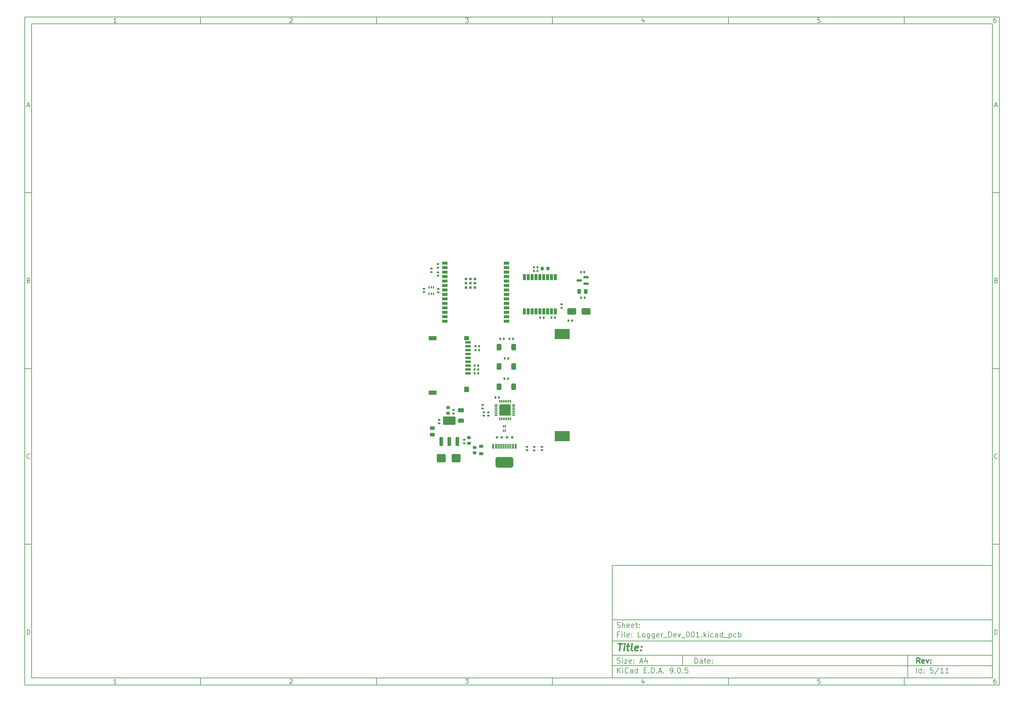
<source format=gbr>
%TF.GenerationSoftware,KiCad,Pcbnew,9.0.5*%
%TF.CreationDate,2025-12-06T02:43:12+13:00*%
%TF.ProjectId,Logger_Dev_001,4c6f6767-6572-45f4-9465-765f3030312e,rev?*%
%TF.SameCoordinates,Original*%
%TF.FileFunction,Paste,Top*%
%TF.FilePolarity,Positive*%
%FSLAX46Y46*%
G04 Gerber Fmt 4.6, Leading zero omitted, Abs format (unit mm)*
G04 Created by KiCad (PCBNEW 9.0.5) date 2025-12-06 02:43:12*
%MOMM*%
%LPD*%
G01*
G04 APERTURE LIST*
G04 Aperture macros list*
%AMRoundRect*
0 Rectangle with rounded corners*
0 $1 Rounding radius*
0 $2 $3 $4 $5 $6 $7 $8 $9 X,Y pos of 4 corners*
0 Add a 4 corners polygon primitive as box body*
4,1,4,$2,$3,$4,$5,$6,$7,$8,$9,$2,$3,0*
0 Add four circle primitives for the rounded corners*
1,1,$1+$1,$2,$3*
1,1,$1+$1,$4,$5*
1,1,$1+$1,$6,$7*
1,1,$1+$1,$8,$9*
0 Add four rect primitives between the rounded corners*
20,1,$1+$1,$2,$3,$4,$5,0*
20,1,$1+$1,$4,$5,$6,$7,0*
20,1,$1+$1,$6,$7,$8,$9,0*
20,1,$1+$1,$8,$9,$2,$3,0*%
G04 Aperture macros list end*
%ADD10C,0.100000*%
%ADD11C,0.150000*%
%ADD12C,0.300000*%
%ADD13C,0.400000*%
%ADD14RoundRect,0.140000X0.170000X-0.140000X0.170000X0.140000X-0.170000X0.140000X-0.170000X-0.140000X0*%
%ADD15RoundRect,0.250000X-1.350000X1.350000X-1.350000X-1.350000X1.350000X-1.350000X1.350000X1.350000X0*%
%ADD16O,0.900000X0.280000*%
%ADD17O,0.280000X0.900000*%
%ADD18RoundRect,0.220000X-0.220000X-0.255000X0.220000X-0.255000X0.220000X0.255000X-0.220000X0.255000X0*%
%ADD19RoundRect,0.225000X0.250000X-0.225000X0.250000X0.225000X-0.250000X0.225000X-0.250000X-0.225000X0*%
%ADD20R,0.300000X1.400000*%
%ADD21R,0.500000X1.400000*%
%ADD22RoundRect,0.500000X-2.000000X-1.000000X2.000000X-1.000000X2.000000X1.000000X-2.000000X1.000000X0*%
%ADD23RoundRect,0.140000X0.140000X0.170000X-0.140000X0.170000X-0.140000X-0.170000X0.140000X-0.170000X0*%
%ADD24RoundRect,0.248889X0.626111X-0.311111X0.626111X0.311111X-0.626111X0.311111X-0.626111X-0.311111X0*%
%ADD25RoundRect,0.140000X-0.140000X-0.170000X0.140000X-0.170000X0.140000X0.170000X-0.140000X0.170000X0*%
%ADD26RoundRect,0.140000X-0.170000X0.140000X-0.170000X-0.140000X0.170000X-0.140000X0.170000X0.140000X0*%
%ADD27RoundRect,0.220000X0.380000X-0.220000X0.380000X0.220000X-0.380000X0.220000X-0.380000X-0.220000X0*%
%ADD28RoundRect,0.242500X0.457500X-0.242500X0.457500X0.242500X-0.457500X0.242500X-0.457500X-0.242500X0*%
%ADD29RoundRect,0.250000X-1.000000X-0.650000X1.000000X-0.650000X1.000000X0.650000X-1.000000X0.650000X0*%
%ADD30RoundRect,0.250000X0.425000X0.650000X-0.425000X0.650000X-0.425000X-0.650000X0.425000X-0.650000X0*%
%ADD31RoundRect,0.150000X0.150000X0.200000X-0.150000X0.200000X-0.150000X-0.200000X0.150000X-0.200000X0*%
%ADD32R,0.812800X1.803400*%
%ADD33R,4.200000X3.000000*%
%ADD34RoundRect,0.150000X0.590000X0.150000X-0.590000X0.150000X-0.590000X-0.150000X0.590000X-0.150000X0*%
%ADD35RoundRect,0.150000X-0.150000X-0.200000X0.150000X-0.200000X0.150000X0.200000X-0.150000X0.200000X0*%
%ADD36RoundRect,0.100000X-0.100000X0.225000X-0.100000X-0.225000X0.100000X-0.225000X0.100000X0.225000X0*%
%ADD37R,0.300000X0.700000*%
%ADD38R,1.600000X0.700000*%
%ADD39R,2.200000X1.200000*%
%ADD40R,1.400000X1.600000*%
%ADD41R,1.400000X1.200000*%
%ADD42RoundRect,0.242500X0.242500X0.457500X-0.242500X0.457500X-0.242500X-0.457500X0.242500X-0.457500X0*%
%ADD43RoundRect,0.250000X-0.300000X1.000000X-0.300000X-1.000000X0.300000X-1.000000X0.300000X1.000000X0*%
%ADD44RoundRect,0.250000X-1.550000X0.920000X-1.550000X-0.920000X1.550000X-0.920000X1.550000X0.920000X0*%
%ADD45RoundRect,0.250000X1.000000X0.900000X-1.000000X0.900000X-1.000000X-0.900000X1.000000X-0.900000X0*%
%ADD46R,1.500000X0.900000*%
%ADD47R,0.800000X0.800000*%
G04 APERTURE END LIST*
D10*
D11*
X177002200Y-166007200D02*
X285002200Y-166007200D01*
X285002200Y-198007200D01*
X177002200Y-198007200D01*
X177002200Y-166007200D01*
D10*
D11*
X10000000Y-10000000D02*
X287002200Y-10000000D01*
X287002200Y-200007200D01*
X10000000Y-200007200D01*
X10000000Y-10000000D01*
D10*
D11*
X12000000Y-12000000D02*
X285002200Y-12000000D01*
X285002200Y-198007200D01*
X12000000Y-198007200D01*
X12000000Y-12000000D01*
D10*
D11*
X60000000Y-12000000D02*
X60000000Y-10000000D01*
D10*
D11*
X110000000Y-12000000D02*
X110000000Y-10000000D01*
D10*
D11*
X160000000Y-12000000D02*
X160000000Y-10000000D01*
D10*
D11*
X210000000Y-12000000D02*
X210000000Y-10000000D01*
D10*
D11*
X260000000Y-12000000D02*
X260000000Y-10000000D01*
D10*
D11*
X36089160Y-11593604D02*
X35346303Y-11593604D01*
X35717731Y-11593604D02*
X35717731Y-10293604D01*
X35717731Y-10293604D02*
X35593922Y-10479319D01*
X35593922Y-10479319D02*
X35470112Y-10603128D01*
X35470112Y-10603128D02*
X35346303Y-10665033D01*
D10*
D11*
X85346303Y-10417414D02*
X85408207Y-10355509D01*
X85408207Y-10355509D02*
X85532017Y-10293604D01*
X85532017Y-10293604D02*
X85841541Y-10293604D01*
X85841541Y-10293604D02*
X85965350Y-10355509D01*
X85965350Y-10355509D02*
X86027255Y-10417414D01*
X86027255Y-10417414D02*
X86089160Y-10541223D01*
X86089160Y-10541223D02*
X86089160Y-10665033D01*
X86089160Y-10665033D02*
X86027255Y-10850747D01*
X86027255Y-10850747D02*
X85284398Y-11593604D01*
X85284398Y-11593604D02*
X86089160Y-11593604D01*
D10*
D11*
X135284398Y-10293604D02*
X136089160Y-10293604D01*
X136089160Y-10293604D02*
X135655826Y-10788842D01*
X135655826Y-10788842D02*
X135841541Y-10788842D01*
X135841541Y-10788842D02*
X135965350Y-10850747D01*
X135965350Y-10850747D02*
X136027255Y-10912652D01*
X136027255Y-10912652D02*
X136089160Y-11036461D01*
X136089160Y-11036461D02*
X136089160Y-11345985D01*
X136089160Y-11345985D02*
X136027255Y-11469795D01*
X136027255Y-11469795D02*
X135965350Y-11531700D01*
X135965350Y-11531700D02*
X135841541Y-11593604D01*
X135841541Y-11593604D02*
X135470112Y-11593604D01*
X135470112Y-11593604D02*
X135346303Y-11531700D01*
X135346303Y-11531700D02*
X135284398Y-11469795D01*
D10*
D11*
X185965350Y-10726938D02*
X185965350Y-11593604D01*
X185655826Y-10231700D02*
X185346303Y-11160271D01*
X185346303Y-11160271D02*
X186151064Y-11160271D01*
D10*
D11*
X236027255Y-10293604D02*
X235408207Y-10293604D01*
X235408207Y-10293604D02*
X235346303Y-10912652D01*
X235346303Y-10912652D02*
X235408207Y-10850747D01*
X235408207Y-10850747D02*
X235532017Y-10788842D01*
X235532017Y-10788842D02*
X235841541Y-10788842D01*
X235841541Y-10788842D02*
X235965350Y-10850747D01*
X235965350Y-10850747D02*
X236027255Y-10912652D01*
X236027255Y-10912652D02*
X236089160Y-11036461D01*
X236089160Y-11036461D02*
X236089160Y-11345985D01*
X236089160Y-11345985D02*
X236027255Y-11469795D01*
X236027255Y-11469795D02*
X235965350Y-11531700D01*
X235965350Y-11531700D02*
X235841541Y-11593604D01*
X235841541Y-11593604D02*
X235532017Y-11593604D01*
X235532017Y-11593604D02*
X235408207Y-11531700D01*
X235408207Y-11531700D02*
X235346303Y-11469795D01*
D10*
D11*
X285965350Y-10293604D02*
X285717731Y-10293604D01*
X285717731Y-10293604D02*
X285593922Y-10355509D01*
X285593922Y-10355509D02*
X285532017Y-10417414D01*
X285532017Y-10417414D02*
X285408207Y-10603128D01*
X285408207Y-10603128D02*
X285346303Y-10850747D01*
X285346303Y-10850747D02*
X285346303Y-11345985D01*
X285346303Y-11345985D02*
X285408207Y-11469795D01*
X285408207Y-11469795D02*
X285470112Y-11531700D01*
X285470112Y-11531700D02*
X285593922Y-11593604D01*
X285593922Y-11593604D02*
X285841541Y-11593604D01*
X285841541Y-11593604D02*
X285965350Y-11531700D01*
X285965350Y-11531700D02*
X286027255Y-11469795D01*
X286027255Y-11469795D02*
X286089160Y-11345985D01*
X286089160Y-11345985D02*
X286089160Y-11036461D01*
X286089160Y-11036461D02*
X286027255Y-10912652D01*
X286027255Y-10912652D02*
X285965350Y-10850747D01*
X285965350Y-10850747D02*
X285841541Y-10788842D01*
X285841541Y-10788842D02*
X285593922Y-10788842D01*
X285593922Y-10788842D02*
X285470112Y-10850747D01*
X285470112Y-10850747D02*
X285408207Y-10912652D01*
X285408207Y-10912652D02*
X285346303Y-11036461D01*
D10*
D11*
X60000000Y-198007200D02*
X60000000Y-200007200D01*
D10*
D11*
X110000000Y-198007200D02*
X110000000Y-200007200D01*
D10*
D11*
X160000000Y-198007200D02*
X160000000Y-200007200D01*
D10*
D11*
X210000000Y-198007200D02*
X210000000Y-200007200D01*
D10*
D11*
X260000000Y-198007200D02*
X260000000Y-200007200D01*
D10*
D11*
X36089160Y-199600804D02*
X35346303Y-199600804D01*
X35717731Y-199600804D02*
X35717731Y-198300804D01*
X35717731Y-198300804D02*
X35593922Y-198486519D01*
X35593922Y-198486519D02*
X35470112Y-198610328D01*
X35470112Y-198610328D02*
X35346303Y-198672233D01*
D10*
D11*
X85346303Y-198424614D02*
X85408207Y-198362709D01*
X85408207Y-198362709D02*
X85532017Y-198300804D01*
X85532017Y-198300804D02*
X85841541Y-198300804D01*
X85841541Y-198300804D02*
X85965350Y-198362709D01*
X85965350Y-198362709D02*
X86027255Y-198424614D01*
X86027255Y-198424614D02*
X86089160Y-198548423D01*
X86089160Y-198548423D02*
X86089160Y-198672233D01*
X86089160Y-198672233D02*
X86027255Y-198857947D01*
X86027255Y-198857947D02*
X85284398Y-199600804D01*
X85284398Y-199600804D02*
X86089160Y-199600804D01*
D10*
D11*
X135284398Y-198300804D02*
X136089160Y-198300804D01*
X136089160Y-198300804D02*
X135655826Y-198796042D01*
X135655826Y-198796042D02*
X135841541Y-198796042D01*
X135841541Y-198796042D02*
X135965350Y-198857947D01*
X135965350Y-198857947D02*
X136027255Y-198919852D01*
X136027255Y-198919852D02*
X136089160Y-199043661D01*
X136089160Y-199043661D02*
X136089160Y-199353185D01*
X136089160Y-199353185D02*
X136027255Y-199476995D01*
X136027255Y-199476995D02*
X135965350Y-199538900D01*
X135965350Y-199538900D02*
X135841541Y-199600804D01*
X135841541Y-199600804D02*
X135470112Y-199600804D01*
X135470112Y-199600804D02*
X135346303Y-199538900D01*
X135346303Y-199538900D02*
X135284398Y-199476995D01*
D10*
D11*
X185965350Y-198734138D02*
X185965350Y-199600804D01*
X185655826Y-198238900D02*
X185346303Y-199167471D01*
X185346303Y-199167471D02*
X186151064Y-199167471D01*
D10*
D11*
X236027255Y-198300804D02*
X235408207Y-198300804D01*
X235408207Y-198300804D02*
X235346303Y-198919852D01*
X235346303Y-198919852D02*
X235408207Y-198857947D01*
X235408207Y-198857947D02*
X235532017Y-198796042D01*
X235532017Y-198796042D02*
X235841541Y-198796042D01*
X235841541Y-198796042D02*
X235965350Y-198857947D01*
X235965350Y-198857947D02*
X236027255Y-198919852D01*
X236027255Y-198919852D02*
X236089160Y-199043661D01*
X236089160Y-199043661D02*
X236089160Y-199353185D01*
X236089160Y-199353185D02*
X236027255Y-199476995D01*
X236027255Y-199476995D02*
X235965350Y-199538900D01*
X235965350Y-199538900D02*
X235841541Y-199600804D01*
X235841541Y-199600804D02*
X235532017Y-199600804D01*
X235532017Y-199600804D02*
X235408207Y-199538900D01*
X235408207Y-199538900D02*
X235346303Y-199476995D01*
D10*
D11*
X285965350Y-198300804D02*
X285717731Y-198300804D01*
X285717731Y-198300804D02*
X285593922Y-198362709D01*
X285593922Y-198362709D02*
X285532017Y-198424614D01*
X285532017Y-198424614D02*
X285408207Y-198610328D01*
X285408207Y-198610328D02*
X285346303Y-198857947D01*
X285346303Y-198857947D02*
X285346303Y-199353185D01*
X285346303Y-199353185D02*
X285408207Y-199476995D01*
X285408207Y-199476995D02*
X285470112Y-199538900D01*
X285470112Y-199538900D02*
X285593922Y-199600804D01*
X285593922Y-199600804D02*
X285841541Y-199600804D01*
X285841541Y-199600804D02*
X285965350Y-199538900D01*
X285965350Y-199538900D02*
X286027255Y-199476995D01*
X286027255Y-199476995D02*
X286089160Y-199353185D01*
X286089160Y-199353185D02*
X286089160Y-199043661D01*
X286089160Y-199043661D02*
X286027255Y-198919852D01*
X286027255Y-198919852D02*
X285965350Y-198857947D01*
X285965350Y-198857947D02*
X285841541Y-198796042D01*
X285841541Y-198796042D02*
X285593922Y-198796042D01*
X285593922Y-198796042D02*
X285470112Y-198857947D01*
X285470112Y-198857947D02*
X285408207Y-198919852D01*
X285408207Y-198919852D02*
X285346303Y-199043661D01*
D10*
D11*
X10000000Y-60000000D02*
X12000000Y-60000000D01*
D10*
D11*
X10000000Y-110000000D02*
X12000000Y-110000000D01*
D10*
D11*
X10000000Y-160000000D02*
X12000000Y-160000000D01*
D10*
D11*
X10690476Y-35222176D02*
X11309523Y-35222176D01*
X10566666Y-35593604D02*
X10999999Y-34293604D01*
X10999999Y-34293604D02*
X11433333Y-35593604D01*
D10*
D11*
X11092857Y-84912652D02*
X11278571Y-84974557D01*
X11278571Y-84974557D02*
X11340476Y-85036461D01*
X11340476Y-85036461D02*
X11402380Y-85160271D01*
X11402380Y-85160271D02*
X11402380Y-85345985D01*
X11402380Y-85345985D02*
X11340476Y-85469795D01*
X11340476Y-85469795D02*
X11278571Y-85531700D01*
X11278571Y-85531700D02*
X11154761Y-85593604D01*
X11154761Y-85593604D02*
X10659523Y-85593604D01*
X10659523Y-85593604D02*
X10659523Y-84293604D01*
X10659523Y-84293604D02*
X11092857Y-84293604D01*
X11092857Y-84293604D02*
X11216666Y-84355509D01*
X11216666Y-84355509D02*
X11278571Y-84417414D01*
X11278571Y-84417414D02*
X11340476Y-84541223D01*
X11340476Y-84541223D02*
X11340476Y-84665033D01*
X11340476Y-84665033D02*
X11278571Y-84788842D01*
X11278571Y-84788842D02*
X11216666Y-84850747D01*
X11216666Y-84850747D02*
X11092857Y-84912652D01*
X11092857Y-84912652D02*
X10659523Y-84912652D01*
D10*
D11*
X11402380Y-135469795D02*
X11340476Y-135531700D01*
X11340476Y-135531700D02*
X11154761Y-135593604D01*
X11154761Y-135593604D02*
X11030952Y-135593604D01*
X11030952Y-135593604D02*
X10845238Y-135531700D01*
X10845238Y-135531700D02*
X10721428Y-135407890D01*
X10721428Y-135407890D02*
X10659523Y-135284080D01*
X10659523Y-135284080D02*
X10597619Y-135036461D01*
X10597619Y-135036461D02*
X10597619Y-134850747D01*
X10597619Y-134850747D02*
X10659523Y-134603128D01*
X10659523Y-134603128D02*
X10721428Y-134479319D01*
X10721428Y-134479319D02*
X10845238Y-134355509D01*
X10845238Y-134355509D02*
X11030952Y-134293604D01*
X11030952Y-134293604D02*
X11154761Y-134293604D01*
X11154761Y-134293604D02*
X11340476Y-134355509D01*
X11340476Y-134355509D02*
X11402380Y-134417414D01*
D10*
D11*
X10659523Y-185593604D02*
X10659523Y-184293604D01*
X10659523Y-184293604D02*
X10969047Y-184293604D01*
X10969047Y-184293604D02*
X11154761Y-184355509D01*
X11154761Y-184355509D02*
X11278571Y-184479319D01*
X11278571Y-184479319D02*
X11340476Y-184603128D01*
X11340476Y-184603128D02*
X11402380Y-184850747D01*
X11402380Y-184850747D02*
X11402380Y-185036461D01*
X11402380Y-185036461D02*
X11340476Y-185284080D01*
X11340476Y-185284080D02*
X11278571Y-185407890D01*
X11278571Y-185407890D02*
X11154761Y-185531700D01*
X11154761Y-185531700D02*
X10969047Y-185593604D01*
X10969047Y-185593604D02*
X10659523Y-185593604D01*
D10*
D11*
X287002200Y-60000000D02*
X285002200Y-60000000D01*
D10*
D11*
X287002200Y-110000000D02*
X285002200Y-110000000D01*
D10*
D11*
X287002200Y-160000000D02*
X285002200Y-160000000D01*
D10*
D11*
X285692676Y-35222176D02*
X286311723Y-35222176D01*
X285568866Y-35593604D02*
X286002199Y-34293604D01*
X286002199Y-34293604D02*
X286435533Y-35593604D01*
D10*
D11*
X286095057Y-84912652D02*
X286280771Y-84974557D01*
X286280771Y-84974557D02*
X286342676Y-85036461D01*
X286342676Y-85036461D02*
X286404580Y-85160271D01*
X286404580Y-85160271D02*
X286404580Y-85345985D01*
X286404580Y-85345985D02*
X286342676Y-85469795D01*
X286342676Y-85469795D02*
X286280771Y-85531700D01*
X286280771Y-85531700D02*
X286156961Y-85593604D01*
X286156961Y-85593604D02*
X285661723Y-85593604D01*
X285661723Y-85593604D02*
X285661723Y-84293604D01*
X285661723Y-84293604D02*
X286095057Y-84293604D01*
X286095057Y-84293604D02*
X286218866Y-84355509D01*
X286218866Y-84355509D02*
X286280771Y-84417414D01*
X286280771Y-84417414D02*
X286342676Y-84541223D01*
X286342676Y-84541223D02*
X286342676Y-84665033D01*
X286342676Y-84665033D02*
X286280771Y-84788842D01*
X286280771Y-84788842D02*
X286218866Y-84850747D01*
X286218866Y-84850747D02*
X286095057Y-84912652D01*
X286095057Y-84912652D02*
X285661723Y-84912652D01*
D10*
D11*
X286404580Y-135469795D02*
X286342676Y-135531700D01*
X286342676Y-135531700D02*
X286156961Y-135593604D01*
X286156961Y-135593604D02*
X286033152Y-135593604D01*
X286033152Y-135593604D02*
X285847438Y-135531700D01*
X285847438Y-135531700D02*
X285723628Y-135407890D01*
X285723628Y-135407890D02*
X285661723Y-135284080D01*
X285661723Y-135284080D02*
X285599819Y-135036461D01*
X285599819Y-135036461D02*
X285599819Y-134850747D01*
X285599819Y-134850747D02*
X285661723Y-134603128D01*
X285661723Y-134603128D02*
X285723628Y-134479319D01*
X285723628Y-134479319D02*
X285847438Y-134355509D01*
X285847438Y-134355509D02*
X286033152Y-134293604D01*
X286033152Y-134293604D02*
X286156961Y-134293604D01*
X286156961Y-134293604D02*
X286342676Y-134355509D01*
X286342676Y-134355509D02*
X286404580Y-134417414D01*
D10*
D11*
X285661723Y-185593604D02*
X285661723Y-184293604D01*
X285661723Y-184293604D02*
X285971247Y-184293604D01*
X285971247Y-184293604D02*
X286156961Y-184355509D01*
X286156961Y-184355509D02*
X286280771Y-184479319D01*
X286280771Y-184479319D02*
X286342676Y-184603128D01*
X286342676Y-184603128D02*
X286404580Y-184850747D01*
X286404580Y-184850747D02*
X286404580Y-185036461D01*
X286404580Y-185036461D02*
X286342676Y-185284080D01*
X286342676Y-185284080D02*
X286280771Y-185407890D01*
X286280771Y-185407890D02*
X286156961Y-185531700D01*
X286156961Y-185531700D02*
X285971247Y-185593604D01*
X285971247Y-185593604D02*
X285661723Y-185593604D01*
D10*
D11*
X200458026Y-193793328D02*
X200458026Y-192293328D01*
X200458026Y-192293328D02*
X200815169Y-192293328D01*
X200815169Y-192293328D02*
X201029455Y-192364757D01*
X201029455Y-192364757D02*
X201172312Y-192507614D01*
X201172312Y-192507614D02*
X201243741Y-192650471D01*
X201243741Y-192650471D02*
X201315169Y-192936185D01*
X201315169Y-192936185D02*
X201315169Y-193150471D01*
X201315169Y-193150471D02*
X201243741Y-193436185D01*
X201243741Y-193436185D02*
X201172312Y-193579042D01*
X201172312Y-193579042D02*
X201029455Y-193721900D01*
X201029455Y-193721900D02*
X200815169Y-193793328D01*
X200815169Y-193793328D02*
X200458026Y-193793328D01*
X202600884Y-193793328D02*
X202600884Y-193007614D01*
X202600884Y-193007614D02*
X202529455Y-192864757D01*
X202529455Y-192864757D02*
X202386598Y-192793328D01*
X202386598Y-192793328D02*
X202100884Y-192793328D01*
X202100884Y-192793328D02*
X201958026Y-192864757D01*
X202600884Y-193721900D02*
X202458026Y-193793328D01*
X202458026Y-193793328D02*
X202100884Y-193793328D01*
X202100884Y-193793328D02*
X201958026Y-193721900D01*
X201958026Y-193721900D02*
X201886598Y-193579042D01*
X201886598Y-193579042D02*
X201886598Y-193436185D01*
X201886598Y-193436185D02*
X201958026Y-193293328D01*
X201958026Y-193293328D02*
X202100884Y-193221900D01*
X202100884Y-193221900D02*
X202458026Y-193221900D01*
X202458026Y-193221900D02*
X202600884Y-193150471D01*
X203100884Y-192793328D02*
X203672312Y-192793328D01*
X203315169Y-192293328D02*
X203315169Y-193579042D01*
X203315169Y-193579042D02*
X203386598Y-193721900D01*
X203386598Y-193721900D02*
X203529455Y-193793328D01*
X203529455Y-193793328D02*
X203672312Y-193793328D01*
X204743741Y-193721900D02*
X204600884Y-193793328D01*
X204600884Y-193793328D02*
X204315170Y-193793328D01*
X204315170Y-193793328D02*
X204172312Y-193721900D01*
X204172312Y-193721900D02*
X204100884Y-193579042D01*
X204100884Y-193579042D02*
X204100884Y-193007614D01*
X204100884Y-193007614D02*
X204172312Y-192864757D01*
X204172312Y-192864757D02*
X204315170Y-192793328D01*
X204315170Y-192793328D02*
X204600884Y-192793328D01*
X204600884Y-192793328D02*
X204743741Y-192864757D01*
X204743741Y-192864757D02*
X204815170Y-193007614D01*
X204815170Y-193007614D02*
X204815170Y-193150471D01*
X204815170Y-193150471D02*
X204100884Y-193293328D01*
X205458026Y-193650471D02*
X205529455Y-193721900D01*
X205529455Y-193721900D02*
X205458026Y-193793328D01*
X205458026Y-193793328D02*
X205386598Y-193721900D01*
X205386598Y-193721900D02*
X205458026Y-193650471D01*
X205458026Y-193650471D02*
X205458026Y-193793328D01*
X205458026Y-192864757D02*
X205529455Y-192936185D01*
X205529455Y-192936185D02*
X205458026Y-193007614D01*
X205458026Y-193007614D02*
X205386598Y-192936185D01*
X205386598Y-192936185D02*
X205458026Y-192864757D01*
X205458026Y-192864757D02*
X205458026Y-193007614D01*
D10*
D11*
X177002200Y-194507200D02*
X285002200Y-194507200D01*
D10*
D11*
X178458026Y-196593328D02*
X178458026Y-195093328D01*
X179315169Y-196593328D02*
X178672312Y-195736185D01*
X179315169Y-195093328D02*
X178458026Y-195950471D01*
X179958026Y-196593328D02*
X179958026Y-195593328D01*
X179958026Y-195093328D02*
X179886598Y-195164757D01*
X179886598Y-195164757D02*
X179958026Y-195236185D01*
X179958026Y-195236185D02*
X180029455Y-195164757D01*
X180029455Y-195164757D02*
X179958026Y-195093328D01*
X179958026Y-195093328D02*
X179958026Y-195236185D01*
X181529455Y-196450471D02*
X181458027Y-196521900D01*
X181458027Y-196521900D02*
X181243741Y-196593328D01*
X181243741Y-196593328D02*
X181100884Y-196593328D01*
X181100884Y-196593328D02*
X180886598Y-196521900D01*
X180886598Y-196521900D02*
X180743741Y-196379042D01*
X180743741Y-196379042D02*
X180672312Y-196236185D01*
X180672312Y-196236185D02*
X180600884Y-195950471D01*
X180600884Y-195950471D02*
X180600884Y-195736185D01*
X180600884Y-195736185D02*
X180672312Y-195450471D01*
X180672312Y-195450471D02*
X180743741Y-195307614D01*
X180743741Y-195307614D02*
X180886598Y-195164757D01*
X180886598Y-195164757D02*
X181100884Y-195093328D01*
X181100884Y-195093328D02*
X181243741Y-195093328D01*
X181243741Y-195093328D02*
X181458027Y-195164757D01*
X181458027Y-195164757D02*
X181529455Y-195236185D01*
X182815170Y-196593328D02*
X182815170Y-195807614D01*
X182815170Y-195807614D02*
X182743741Y-195664757D01*
X182743741Y-195664757D02*
X182600884Y-195593328D01*
X182600884Y-195593328D02*
X182315170Y-195593328D01*
X182315170Y-195593328D02*
X182172312Y-195664757D01*
X182815170Y-196521900D02*
X182672312Y-196593328D01*
X182672312Y-196593328D02*
X182315170Y-196593328D01*
X182315170Y-196593328D02*
X182172312Y-196521900D01*
X182172312Y-196521900D02*
X182100884Y-196379042D01*
X182100884Y-196379042D02*
X182100884Y-196236185D01*
X182100884Y-196236185D02*
X182172312Y-196093328D01*
X182172312Y-196093328D02*
X182315170Y-196021900D01*
X182315170Y-196021900D02*
X182672312Y-196021900D01*
X182672312Y-196021900D02*
X182815170Y-195950471D01*
X184172313Y-196593328D02*
X184172313Y-195093328D01*
X184172313Y-196521900D02*
X184029455Y-196593328D01*
X184029455Y-196593328D02*
X183743741Y-196593328D01*
X183743741Y-196593328D02*
X183600884Y-196521900D01*
X183600884Y-196521900D02*
X183529455Y-196450471D01*
X183529455Y-196450471D02*
X183458027Y-196307614D01*
X183458027Y-196307614D02*
X183458027Y-195879042D01*
X183458027Y-195879042D02*
X183529455Y-195736185D01*
X183529455Y-195736185D02*
X183600884Y-195664757D01*
X183600884Y-195664757D02*
X183743741Y-195593328D01*
X183743741Y-195593328D02*
X184029455Y-195593328D01*
X184029455Y-195593328D02*
X184172313Y-195664757D01*
X186029455Y-195807614D02*
X186529455Y-195807614D01*
X186743741Y-196593328D02*
X186029455Y-196593328D01*
X186029455Y-196593328D02*
X186029455Y-195093328D01*
X186029455Y-195093328D02*
X186743741Y-195093328D01*
X187386598Y-196450471D02*
X187458027Y-196521900D01*
X187458027Y-196521900D02*
X187386598Y-196593328D01*
X187386598Y-196593328D02*
X187315170Y-196521900D01*
X187315170Y-196521900D02*
X187386598Y-196450471D01*
X187386598Y-196450471D02*
X187386598Y-196593328D01*
X188100884Y-196593328D02*
X188100884Y-195093328D01*
X188100884Y-195093328D02*
X188458027Y-195093328D01*
X188458027Y-195093328D02*
X188672313Y-195164757D01*
X188672313Y-195164757D02*
X188815170Y-195307614D01*
X188815170Y-195307614D02*
X188886599Y-195450471D01*
X188886599Y-195450471D02*
X188958027Y-195736185D01*
X188958027Y-195736185D02*
X188958027Y-195950471D01*
X188958027Y-195950471D02*
X188886599Y-196236185D01*
X188886599Y-196236185D02*
X188815170Y-196379042D01*
X188815170Y-196379042D02*
X188672313Y-196521900D01*
X188672313Y-196521900D02*
X188458027Y-196593328D01*
X188458027Y-196593328D02*
X188100884Y-196593328D01*
X189600884Y-196450471D02*
X189672313Y-196521900D01*
X189672313Y-196521900D02*
X189600884Y-196593328D01*
X189600884Y-196593328D02*
X189529456Y-196521900D01*
X189529456Y-196521900D02*
X189600884Y-196450471D01*
X189600884Y-196450471D02*
X189600884Y-196593328D01*
X190243742Y-196164757D02*
X190958028Y-196164757D01*
X190100885Y-196593328D02*
X190600885Y-195093328D01*
X190600885Y-195093328D02*
X191100885Y-196593328D01*
X191600884Y-196450471D02*
X191672313Y-196521900D01*
X191672313Y-196521900D02*
X191600884Y-196593328D01*
X191600884Y-196593328D02*
X191529456Y-196521900D01*
X191529456Y-196521900D02*
X191600884Y-196450471D01*
X191600884Y-196450471D02*
X191600884Y-196593328D01*
X193529456Y-196593328D02*
X193815170Y-196593328D01*
X193815170Y-196593328D02*
X193958027Y-196521900D01*
X193958027Y-196521900D02*
X194029456Y-196450471D01*
X194029456Y-196450471D02*
X194172313Y-196236185D01*
X194172313Y-196236185D02*
X194243742Y-195950471D01*
X194243742Y-195950471D02*
X194243742Y-195379042D01*
X194243742Y-195379042D02*
X194172313Y-195236185D01*
X194172313Y-195236185D02*
X194100885Y-195164757D01*
X194100885Y-195164757D02*
X193958027Y-195093328D01*
X193958027Y-195093328D02*
X193672313Y-195093328D01*
X193672313Y-195093328D02*
X193529456Y-195164757D01*
X193529456Y-195164757D02*
X193458027Y-195236185D01*
X193458027Y-195236185D02*
X193386599Y-195379042D01*
X193386599Y-195379042D02*
X193386599Y-195736185D01*
X193386599Y-195736185D02*
X193458027Y-195879042D01*
X193458027Y-195879042D02*
X193529456Y-195950471D01*
X193529456Y-195950471D02*
X193672313Y-196021900D01*
X193672313Y-196021900D02*
X193958027Y-196021900D01*
X193958027Y-196021900D02*
X194100885Y-195950471D01*
X194100885Y-195950471D02*
X194172313Y-195879042D01*
X194172313Y-195879042D02*
X194243742Y-195736185D01*
X194886598Y-196450471D02*
X194958027Y-196521900D01*
X194958027Y-196521900D02*
X194886598Y-196593328D01*
X194886598Y-196593328D02*
X194815170Y-196521900D01*
X194815170Y-196521900D02*
X194886598Y-196450471D01*
X194886598Y-196450471D02*
X194886598Y-196593328D01*
X195886599Y-195093328D02*
X196029456Y-195093328D01*
X196029456Y-195093328D02*
X196172313Y-195164757D01*
X196172313Y-195164757D02*
X196243742Y-195236185D01*
X196243742Y-195236185D02*
X196315170Y-195379042D01*
X196315170Y-195379042D02*
X196386599Y-195664757D01*
X196386599Y-195664757D02*
X196386599Y-196021900D01*
X196386599Y-196021900D02*
X196315170Y-196307614D01*
X196315170Y-196307614D02*
X196243742Y-196450471D01*
X196243742Y-196450471D02*
X196172313Y-196521900D01*
X196172313Y-196521900D02*
X196029456Y-196593328D01*
X196029456Y-196593328D02*
X195886599Y-196593328D01*
X195886599Y-196593328D02*
X195743742Y-196521900D01*
X195743742Y-196521900D02*
X195672313Y-196450471D01*
X195672313Y-196450471D02*
X195600884Y-196307614D01*
X195600884Y-196307614D02*
X195529456Y-196021900D01*
X195529456Y-196021900D02*
X195529456Y-195664757D01*
X195529456Y-195664757D02*
X195600884Y-195379042D01*
X195600884Y-195379042D02*
X195672313Y-195236185D01*
X195672313Y-195236185D02*
X195743742Y-195164757D01*
X195743742Y-195164757D02*
X195886599Y-195093328D01*
X197029455Y-196450471D02*
X197100884Y-196521900D01*
X197100884Y-196521900D02*
X197029455Y-196593328D01*
X197029455Y-196593328D02*
X196958027Y-196521900D01*
X196958027Y-196521900D02*
X197029455Y-196450471D01*
X197029455Y-196450471D02*
X197029455Y-196593328D01*
X198458027Y-195093328D02*
X197743741Y-195093328D01*
X197743741Y-195093328D02*
X197672313Y-195807614D01*
X197672313Y-195807614D02*
X197743741Y-195736185D01*
X197743741Y-195736185D02*
X197886599Y-195664757D01*
X197886599Y-195664757D02*
X198243741Y-195664757D01*
X198243741Y-195664757D02*
X198386599Y-195736185D01*
X198386599Y-195736185D02*
X198458027Y-195807614D01*
X198458027Y-195807614D02*
X198529456Y-195950471D01*
X198529456Y-195950471D02*
X198529456Y-196307614D01*
X198529456Y-196307614D02*
X198458027Y-196450471D01*
X198458027Y-196450471D02*
X198386599Y-196521900D01*
X198386599Y-196521900D02*
X198243741Y-196593328D01*
X198243741Y-196593328D02*
X197886599Y-196593328D01*
X197886599Y-196593328D02*
X197743741Y-196521900D01*
X197743741Y-196521900D02*
X197672313Y-196450471D01*
D10*
D11*
X177002200Y-191507200D02*
X285002200Y-191507200D01*
D10*
D12*
X264413853Y-193785528D02*
X263913853Y-193071242D01*
X263556710Y-193785528D02*
X263556710Y-192285528D01*
X263556710Y-192285528D02*
X264128139Y-192285528D01*
X264128139Y-192285528D02*
X264270996Y-192356957D01*
X264270996Y-192356957D02*
X264342425Y-192428385D01*
X264342425Y-192428385D02*
X264413853Y-192571242D01*
X264413853Y-192571242D02*
X264413853Y-192785528D01*
X264413853Y-192785528D02*
X264342425Y-192928385D01*
X264342425Y-192928385D02*
X264270996Y-192999814D01*
X264270996Y-192999814D02*
X264128139Y-193071242D01*
X264128139Y-193071242D02*
X263556710Y-193071242D01*
X265628139Y-193714100D02*
X265485282Y-193785528D01*
X265485282Y-193785528D02*
X265199568Y-193785528D01*
X265199568Y-193785528D02*
X265056710Y-193714100D01*
X265056710Y-193714100D02*
X264985282Y-193571242D01*
X264985282Y-193571242D02*
X264985282Y-192999814D01*
X264985282Y-192999814D02*
X265056710Y-192856957D01*
X265056710Y-192856957D02*
X265199568Y-192785528D01*
X265199568Y-192785528D02*
X265485282Y-192785528D01*
X265485282Y-192785528D02*
X265628139Y-192856957D01*
X265628139Y-192856957D02*
X265699568Y-192999814D01*
X265699568Y-192999814D02*
X265699568Y-193142671D01*
X265699568Y-193142671D02*
X264985282Y-193285528D01*
X266199567Y-192785528D02*
X266556710Y-193785528D01*
X266556710Y-193785528D02*
X266913853Y-192785528D01*
X267485281Y-193642671D02*
X267556710Y-193714100D01*
X267556710Y-193714100D02*
X267485281Y-193785528D01*
X267485281Y-193785528D02*
X267413853Y-193714100D01*
X267413853Y-193714100D02*
X267485281Y-193642671D01*
X267485281Y-193642671D02*
X267485281Y-193785528D01*
X267485281Y-192856957D02*
X267556710Y-192928385D01*
X267556710Y-192928385D02*
X267485281Y-192999814D01*
X267485281Y-192999814D02*
X267413853Y-192928385D01*
X267413853Y-192928385D02*
X267485281Y-192856957D01*
X267485281Y-192856957D02*
X267485281Y-192999814D01*
D10*
D11*
X178386598Y-193721900D02*
X178600884Y-193793328D01*
X178600884Y-193793328D02*
X178958026Y-193793328D01*
X178958026Y-193793328D02*
X179100884Y-193721900D01*
X179100884Y-193721900D02*
X179172312Y-193650471D01*
X179172312Y-193650471D02*
X179243741Y-193507614D01*
X179243741Y-193507614D02*
X179243741Y-193364757D01*
X179243741Y-193364757D02*
X179172312Y-193221900D01*
X179172312Y-193221900D02*
X179100884Y-193150471D01*
X179100884Y-193150471D02*
X178958026Y-193079042D01*
X178958026Y-193079042D02*
X178672312Y-193007614D01*
X178672312Y-193007614D02*
X178529455Y-192936185D01*
X178529455Y-192936185D02*
X178458026Y-192864757D01*
X178458026Y-192864757D02*
X178386598Y-192721900D01*
X178386598Y-192721900D02*
X178386598Y-192579042D01*
X178386598Y-192579042D02*
X178458026Y-192436185D01*
X178458026Y-192436185D02*
X178529455Y-192364757D01*
X178529455Y-192364757D02*
X178672312Y-192293328D01*
X178672312Y-192293328D02*
X179029455Y-192293328D01*
X179029455Y-192293328D02*
X179243741Y-192364757D01*
X179886597Y-193793328D02*
X179886597Y-192793328D01*
X179886597Y-192293328D02*
X179815169Y-192364757D01*
X179815169Y-192364757D02*
X179886597Y-192436185D01*
X179886597Y-192436185D02*
X179958026Y-192364757D01*
X179958026Y-192364757D02*
X179886597Y-192293328D01*
X179886597Y-192293328D02*
X179886597Y-192436185D01*
X180458026Y-192793328D02*
X181243741Y-192793328D01*
X181243741Y-192793328D02*
X180458026Y-193793328D01*
X180458026Y-193793328D02*
X181243741Y-193793328D01*
X182386598Y-193721900D02*
X182243741Y-193793328D01*
X182243741Y-193793328D02*
X181958027Y-193793328D01*
X181958027Y-193793328D02*
X181815169Y-193721900D01*
X181815169Y-193721900D02*
X181743741Y-193579042D01*
X181743741Y-193579042D02*
X181743741Y-193007614D01*
X181743741Y-193007614D02*
X181815169Y-192864757D01*
X181815169Y-192864757D02*
X181958027Y-192793328D01*
X181958027Y-192793328D02*
X182243741Y-192793328D01*
X182243741Y-192793328D02*
X182386598Y-192864757D01*
X182386598Y-192864757D02*
X182458027Y-193007614D01*
X182458027Y-193007614D02*
X182458027Y-193150471D01*
X182458027Y-193150471D02*
X181743741Y-193293328D01*
X183100883Y-193650471D02*
X183172312Y-193721900D01*
X183172312Y-193721900D02*
X183100883Y-193793328D01*
X183100883Y-193793328D02*
X183029455Y-193721900D01*
X183029455Y-193721900D02*
X183100883Y-193650471D01*
X183100883Y-193650471D02*
X183100883Y-193793328D01*
X183100883Y-192864757D02*
X183172312Y-192936185D01*
X183172312Y-192936185D02*
X183100883Y-193007614D01*
X183100883Y-193007614D02*
X183029455Y-192936185D01*
X183029455Y-192936185D02*
X183100883Y-192864757D01*
X183100883Y-192864757D02*
X183100883Y-193007614D01*
X184886598Y-193364757D02*
X185600884Y-193364757D01*
X184743741Y-193793328D02*
X185243741Y-192293328D01*
X185243741Y-192293328D02*
X185743741Y-193793328D01*
X186886598Y-192793328D02*
X186886598Y-193793328D01*
X186529455Y-192221900D02*
X186172312Y-193293328D01*
X186172312Y-193293328D02*
X187100883Y-193293328D01*
D10*
D11*
X263458026Y-196593328D02*
X263458026Y-195093328D01*
X264815170Y-196593328D02*
X264815170Y-195093328D01*
X264815170Y-196521900D02*
X264672312Y-196593328D01*
X264672312Y-196593328D02*
X264386598Y-196593328D01*
X264386598Y-196593328D02*
X264243741Y-196521900D01*
X264243741Y-196521900D02*
X264172312Y-196450471D01*
X264172312Y-196450471D02*
X264100884Y-196307614D01*
X264100884Y-196307614D02*
X264100884Y-195879042D01*
X264100884Y-195879042D02*
X264172312Y-195736185D01*
X264172312Y-195736185D02*
X264243741Y-195664757D01*
X264243741Y-195664757D02*
X264386598Y-195593328D01*
X264386598Y-195593328D02*
X264672312Y-195593328D01*
X264672312Y-195593328D02*
X264815170Y-195664757D01*
X265529455Y-196450471D02*
X265600884Y-196521900D01*
X265600884Y-196521900D02*
X265529455Y-196593328D01*
X265529455Y-196593328D02*
X265458027Y-196521900D01*
X265458027Y-196521900D02*
X265529455Y-196450471D01*
X265529455Y-196450471D02*
X265529455Y-196593328D01*
X265529455Y-195664757D02*
X265600884Y-195736185D01*
X265600884Y-195736185D02*
X265529455Y-195807614D01*
X265529455Y-195807614D02*
X265458027Y-195736185D01*
X265458027Y-195736185D02*
X265529455Y-195664757D01*
X265529455Y-195664757D02*
X265529455Y-195807614D01*
X268100884Y-195093328D02*
X267386598Y-195093328D01*
X267386598Y-195093328D02*
X267315170Y-195807614D01*
X267315170Y-195807614D02*
X267386598Y-195736185D01*
X267386598Y-195736185D02*
X267529456Y-195664757D01*
X267529456Y-195664757D02*
X267886598Y-195664757D01*
X267886598Y-195664757D02*
X268029456Y-195736185D01*
X268029456Y-195736185D02*
X268100884Y-195807614D01*
X268100884Y-195807614D02*
X268172313Y-195950471D01*
X268172313Y-195950471D02*
X268172313Y-196307614D01*
X268172313Y-196307614D02*
X268100884Y-196450471D01*
X268100884Y-196450471D02*
X268029456Y-196521900D01*
X268029456Y-196521900D02*
X267886598Y-196593328D01*
X267886598Y-196593328D02*
X267529456Y-196593328D01*
X267529456Y-196593328D02*
X267386598Y-196521900D01*
X267386598Y-196521900D02*
X267315170Y-196450471D01*
X269886598Y-195021900D02*
X268600884Y-196950471D01*
X271172313Y-196593328D02*
X270315170Y-196593328D01*
X270743741Y-196593328D02*
X270743741Y-195093328D01*
X270743741Y-195093328D02*
X270600884Y-195307614D01*
X270600884Y-195307614D02*
X270458027Y-195450471D01*
X270458027Y-195450471D02*
X270315170Y-195521900D01*
X272600884Y-196593328D02*
X271743741Y-196593328D01*
X272172312Y-196593328D02*
X272172312Y-195093328D01*
X272172312Y-195093328D02*
X272029455Y-195307614D01*
X272029455Y-195307614D02*
X271886598Y-195450471D01*
X271886598Y-195450471D02*
X271743741Y-195521900D01*
D10*
D11*
X177002200Y-187507200D02*
X285002200Y-187507200D01*
D10*
D13*
X178693928Y-188211638D02*
X179836785Y-188211638D01*
X179015357Y-190211638D02*
X179265357Y-188211638D01*
X180253452Y-190211638D02*
X180420119Y-188878304D01*
X180503452Y-188211638D02*
X180396309Y-188306876D01*
X180396309Y-188306876D02*
X180479643Y-188402114D01*
X180479643Y-188402114D02*
X180586786Y-188306876D01*
X180586786Y-188306876D02*
X180503452Y-188211638D01*
X180503452Y-188211638D02*
X180479643Y-188402114D01*
X181086786Y-188878304D02*
X181848690Y-188878304D01*
X181455833Y-188211638D02*
X181241548Y-189925923D01*
X181241548Y-189925923D02*
X181312976Y-190116400D01*
X181312976Y-190116400D02*
X181491548Y-190211638D01*
X181491548Y-190211638D02*
X181682024Y-190211638D01*
X182634405Y-190211638D02*
X182455833Y-190116400D01*
X182455833Y-190116400D02*
X182384405Y-189925923D01*
X182384405Y-189925923D02*
X182598690Y-188211638D01*
X184170119Y-190116400D02*
X183967738Y-190211638D01*
X183967738Y-190211638D02*
X183586785Y-190211638D01*
X183586785Y-190211638D02*
X183408214Y-190116400D01*
X183408214Y-190116400D02*
X183336785Y-189925923D01*
X183336785Y-189925923D02*
X183432024Y-189164019D01*
X183432024Y-189164019D02*
X183551071Y-188973542D01*
X183551071Y-188973542D02*
X183753452Y-188878304D01*
X183753452Y-188878304D02*
X184134404Y-188878304D01*
X184134404Y-188878304D02*
X184312976Y-188973542D01*
X184312976Y-188973542D02*
X184384404Y-189164019D01*
X184384404Y-189164019D02*
X184360595Y-189354495D01*
X184360595Y-189354495D02*
X183384404Y-189544971D01*
X185134405Y-190021161D02*
X185217738Y-190116400D01*
X185217738Y-190116400D02*
X185110595Y-190211638D01*
X185110595Y-190211638D02*
X185027262Y-190116400D01*
X185027262Y-190116400D02*
X185134405Y-190021161D01*
X185134405Y-190021161D02*
X185110595Y-190211638D01*
X185265357Y-188973542D02*
X185348690Y-189068780D01*
X185348690Y-189068780D02*
X185241548Y-189164019D01*
X185241548Y-189164019D02*
X185158214Y-189068780D01*
X185158214Y-189068780D02*
X185265357Y-188973542D01*
X185265357Y-188973542D02*
X185241548Y-189164019D01*
D10*
D11*
X178958026Y-185607614D02*
X178458026Y-185607614D01*
X178458026Y-186393328D02*
X178458026Y-184893328D01*
X178458026Y-184893328D02*
X179172312Y-184893328D01*
X179743740Y-186393328D02*
X179743740Y-185393328D01*
X179743740Y-184893328D02*
X179672312Y-184964757D01*
X179672312Y-184964757D02*
X179743740Y-185036185D01*
X179743740Y-185036185D02*
X179815169Y-184964757D01*
X179815169Y-184964757D02*
X179743740Y-184893328D01*
X179743740Y-184893328D02*
X179743740Y-185036185D01*
X180672312Y-186393328D02*
X180529455Y-186321900D01*
X180529455Y-186321900D02*
X180458026Y-186179042D01*
X180458026Y-186179042D02*
X180458026Y-184893328D01*
X181815169Y-186321900D02*
X181672312Y-186393328D01*
X181672312Y-186393328D02*
X181386598Y-186393328D01*
X181386598Y-186393328D02*
X181243740Y-186321900D01*
X181243740Y-186321900D02*
X181172312Y-186179042D01*
X181172312Y-186179042D02*
X181172312Y-185607614D01*
X181172312Y-185607614D02*
X181243740Y-185464757D01*
X181243740Y-185464757D02*
X181386598Y-185393328D01*
X181386598Y-185393328D02*
X181672312Y-185393328D01*
X181672312Y-185393328D02*
X181815169Y-185464757D01*
X181815169Y-185464757D02*
X181886598Y-185607614D01*
X181886598Y-185607614D02*
X181886598Y-185750471D01*
X181886598Y-185750471D02*
X181172312Y-185893328D01*
X182529454Y-186250471D02*
X182600883Y-186321900D01*
X182600883Y-186321900D02*
X182529454Y-186393328D01*
X182529454Y-186393328D02*
X182458026Y-186321900D01*
X182458026Y-186321900D02*
X182529454Y-186250471D01*
X182529454Y-186250471D02*
X182529454Y-186393328D01*
X182529454Y-185464757D02*
X182600883Y-185536185D01*
X182600883Y-185536185D02*
X182529454Y-185607614D01*
X182529454Y-185607614D02*
X182458026Y-185536185D01*
X182458026Y-185536185D02*
X182529454Y-185464757D01*
X182529454Y-185464757D02*
X182529454Y-185607614D01*
X185100883Y-186393328D02*
X184386597Y-186393328D01*
X184386597Y-186393328D02*
X184386597Y-184893328D01*
X185815169Y-186393328D02*
X185672312Y-186321900D01*
X185672312Y-186321900D02*
X185600883Y-186250471D01*
X185600883Y-186250471D02*
X185529455Y-186107614D01*
X185529455Y-186107614D02*
X185529455Y-185679042D01*
X185529455Y-185679042D02*
X185600883Y-185536185D01*
X185600883Y-185536185D02*
X185672312Y-185464757D01*
X185672312Y-185464757D02*
X185815169Y-185393328D01*
X185815169Y-185393328D02*
X186029455Y-185393328D01*
X186029455Y-185393328D02*
X186172312Y-185464757D01*
X186172312Y-185464757D02*
X186243741Y-185536185D01*
X186243741Y-185536185D02*
X186315169Y-185679042D01*
X186315169Y-185679042D02*
X186315169Y-186107614D01*
X186315169Y-186107614D02*
X186243741Y-186250471D01*
X186243741Y-186250471D02*
X186172312Y-186321900D01*
X186172312Y-186321900D02*
X186029455Y-186393328D01*
X186029455Y-186393328D02*
X185815169Y-186393328D01*
X187600884Y-185393328D02*
X187600884Y-186607614D01*
X187600884Y-186607614D02*
X187529455Y-186750471D01*
X187529455Y-186750471D02*
X187458026Y-186821900D01*
X187458026Y-186821900D02*
X187315169Y-186893328D01*
X187315169Y-186893328D02*
X187100884Y-186893328D01*
X187100884Y-186893328D02*
X186958026Y-186821900D01*
X187600884Y-186321900D02*
X187458026Y-186393328D01*
X187458026Y-186393328D02*
X187172312Y-186393328D01*
X187172312Y-186393328D02*
X187029455Y-186321900D01*
X187029455Y-186321900D02*
X186958026Y-186250471D01*
X186958026Y-186250471D02*
X186886598Y-186107614D01*
X186886598Y-186107614D02*
X186886598Y-185679042D01*
X186886598Y-185679042D02*
X186958026Y-185536185D01*
X186958026Y-185536185D02*
X187029455Y-185464757D01*
X187029455Y-185464757D02*
X187172312Y-185393328D01*
X187172312Y-185393328D02*
X187458026Y-185393328D01*
X187458026Y-185393328D02*
X187600884Y-185464757D01*
X188958027Y-185393328D02*
X188958027Y-186607614D01*
X188958027Y-186607614D02*
X188886598Y-186750471D01*
X188886598Y-186750471D02*
X188815169Y-186821900D01*
X188815169Y-186821900D02*
X188672312Y-186893328D01*
X188672312Y-186893328D02*
X188458027Y-186893328D01*
X188458027Y-186893328D02*
X188315169Y-186821900D01*
X188958027Y-186321900D02*
X188815169Y-186393328D01*
X188815169Y-186393328D02*
X188529455Y-186393328D01*
X188529455Y-186393328D02*
X188386598Y-186321900D01*
X188386598Y-186321900D02*
X188315169Y-186250471D01*
X188315169Y-186250471D02*
X188243741Y-186107614D01*
X188243741Y-186107614D02*
X188243741Y-185679042D01*
X188243741Y-185679042D02*
X188315169Y-185536185D01*
X188315169Y-185536185D02*
X188386598Y-185464757D01*
X188386598Y-185464757D02*
X188529455Y-185393328D01*
X188529455Y-185393328D02*
X188815169Y-185393328D01*
X188815169Y-185393328D02*
X188958027Y-185464757D01*
X190243741Y-186321900D02*
X190100884Y-186393328D01*
X190100884Y-186393328D02*
X189815170Y-186393328D01*
X189815170Y-186393328D02*
X189672312Y-186321900D01*
X189672312Y-186321900D02*
X189600884Y-186179042D01*
X189600884Y-186179042D02*
X189600884Y-185607614D01*
X189600884Y-185607614D02*
X189672312Y-185464757D01*
X189672312Y-185464757D02*
X189815170Y-185393328D01*
X189815170Y-185393328D02*
X190100884Y-185393328D01*
X190100884Y-185393328D02*
X190243741Y-185464757D01*
X190243741Y-185464757D02*
X190315170Y-185607614D01*
X190315170Y-185607614D02*
X190315170Y-185750471D01*
X190315170Y-185750471D02*
X189600884Y-185893328D01*
X190958026Y-186393328D02*
X190958026Y-185393328D01*
X190958026Y-185679042D02*
X191029455Y-185536185D01*
X191029455Y-185536185D02*
X191100884Y-185464757D01*
X191100884Y-185464757D02*
X191243741Y-185393328D01*
X191243741Y-185393328D02*
X191386598Y-185393328D01*
X191529455Y-186536185D02*
X192672312Y-186536185D01*
X193029454Y-186393328D02*
X193029454Y-184893328D01*
X193029454Y-184893328D02*
X193386597Y-184893328D01*
X193386597Y-184893328D02*
X193600883Y-184964757D01*
X193600883Y-184964757D02*
X193743740Y-185107614D01*
X193743740Y-185107614D02*
X193815169Y-185250471D01*
X193815169Y-185250471D02*
X193886597Y-185536185D01*
X193886597Y-185536185D02*
X193886597Y-185750471D01*
X193886597Y-185750471D02*
X193815169Y-186036185D01*
X193815169Y-186036185D02*
X193743740Y-186179042D01*
X193743740Y-186179042D02*
X193600883Y-186321900D01*
X193600883Y-186321900D02*
X193386597Y-186393328D01*
X193386597Y-186393328D02*
X193029454Y-186393328D01*
X195100883Y-186321900D02*
X194958026Y-186393328D01*
X194958026Y-186393328D02*
X194672312Y-186393328D01*
X194672312Y-186393328D02*
X194529454Y-186321900D01*
X194529454Y-186321900D02*
X194458026Y-186179042D01*
X194458026Y-186179042D02*
X194458026Y-185607614D01*
X194458026Y-185607614D02*
X194529454Y-185464757D01*
X194529454Y-185464757D02*
X194672312Y-185393328D01*
X194672312Y-185393328D02*
X194958026Y-185393328D01*
X194958026Y-185393328D02*
X195100883Y-185464757D01*
X195100883Y-185464757D02*
X195172312Y-185607614D01*
X195172312Y-185607614D02*
X195172312Y-185750471D01*
X195172312Y-185750471D02*
X194458026Y-185893328D01*
X195672311Y-185393328D02*
X196029454Y-186393328D01*
X196029454Y-186393328D02*
X196386597Y-185393328D01*
X196600883Y-186536185D02*
X197743740Y-186536185D01*
X198386597Y-184893328D02*
X198529454Y-184893328D01*
X198529454Y-184893328D02*
X198672311Y-184964757D01*
X198672311Y-184964757D02*
X198743740Y-185036185D01*
X198743740Y-185036185D02*
X198815168Y-185179042D01*
X198815168Y-185179042D02*
X198886597Y-185464757D01*
X198886597Y-185464757D02*
X198886597Y-185821900D01*
X198886597Y-185821900D02*
X198815168Y-186107614D01*
X198815168Y-186107614D02*
X198743740Y-186250471D01*
X198743740Y-186250471D02*
X198672311Y-186321900D01*
X198672311Y-186321900D02*
X198529454Y-186393328D01*
X198529454Y-186393328D02*
X198386597Y-186393328D01*
X198386597Y-186393328D02*
X198243740Y-186321900D01*
X198243740Y-186321900D02*
X198172311Y-186250471D01*
X198172311Y-186250471D02*
X198100882Y-186107614D01*
X198100882Y-186107614D02*
X198029454Y-185821900D01*
X198029454Y-185821900D02*
X198029454Y-185464757D01*
X198029454Y-185464757D02*
X198100882Y-185179042D01*
X198100882Y-185179042D02*
X198172311Y-185036185D01*
X198172311Y-185036185D02*
X198243740Y-184964757D01*
X198243740Y-184964757D02*
X198386597Y-184893328D01*
X199815168Y-184893328D02*
X199958025Y-184893328D01*
X199958025Y-184893328D02*
X200100882Y-184964757D01*
X200100882Y-184964757D02*
X200172311Y-185036185D01*
X200172311Y-185036185D02*
X200243739Y-185179042D01*
X200243739Y-185179042D02*
X200315168Y-185464757D01*
X200315168Y-185464757D02*
X200315168Y-185821900D01*
X200315168Y-185821900D02*
X200243739Y-186107614D01*
X200243739Y-186107614D02*
X200172311Y-186250471D01*
X200172311Y-186250471D02*
X200100882Y-186321900D01*
X200100882Y-186321900D02*
X199958025Y-186393328D01*
X199958025Y-186393328D02*
X199815168Y-186393328D01*
X199815168Y-186393328D02*
X199672311Y-186321900D01*
X199672311Y-186321900D02*
X199600882Y-186250471D01*
X199600882Y-186250471D02*
X199529453Y-186107614D01*
X199529453Y-186107614D02*
X199458025Y-185821900D01*
X199458025Y-185821900D02*
X199458025Y-185464757D01*
X199458025Y-185464757D02*
X199529453Y-185179042D01*
X199529453Y-185179042D02*
X199600882Y-185036185D01*
X199600882Y-185036185D02*
X199672311Y-184964757D01*
X199672311Y-184964757D02*
X199815168Y-184893328D01*
X201743739Y-186393328D02*
X200886596Y-186393328D01*
X201315167Y-186393328D02*
X201315167Y-184893328D01*
X201315167Y-184893328D02*
X201172310Y-185107614D01*
X201172310Y-185107614D02*
X201029453Y-185250471D01*
X201029453Y-185250471D02*
X200886596Y-185321900D01*
X202386595Y-186250471D02*
X202458024Y-186321900D01*
X202458024Y-186321900D02*
X202386595Y-186393328D01*
X202386595Y-186393328D02*
X202315167Y-186321900D01*
X202315167Y-186321900D02*
X202386595Y-186250471D01*
X202386595Y-186250471D02*
X202386595Y-186393328D01*
X203100881Y-186393328D02*
X203100881Y-184893328D01*
X203243739Y-185821900D02*
X203672310Y-186393328D01*
X203672310Y-185393328D02*
X203100881Y-185964757D01*
X204315167Y-186393328D02*
X204315167Y-185393328D01*
X204315167Y-184893328D02*
X204243739Y-184964757D01*
X204243739Y-184964757D02*
X204315167Y-185036185D01*
X204315167Y-185036185D02*
X204386596Y-184964757D01*
X204386596Y-184964757D02*
X204315167Y-184893328D01*
X204315167Y-184893328D02*
X204315167Y-185036185D01*
X205672311Y-186321900D02*
X205529453Y-186393328D01*
X205529453Y-186393328D02*
X205243739Y-186393328D01*
X205243739Y-186393328D02*
X205100882Y-186321900D01*
X205100882Y-186321900D02*
X205029453Y-186250471D01*
X205029453Y-186250471D02*
X204958025Y-186107614D01*
X204958025Y-186107614D02*
X204958025Y-185679042D01*
X204958025Y-185679042D02*
X205029453Y-185536185D01*
X205029453Y-185536185D02*
X205100882Y-185464757D01*
X205100882Y-185464757D02*
X205243739Y-185393328D01*
X205243739Y-185393328D02*
X205529453Y-185393328D01*
X205529453Y-185393328D02*
X205672311Y-185464757D01*
X206958025Y-186393328D02*
X206958025Y-185607614D01*
X206958025Y-185607614D02*
X206886596Y-185464757D01*
X206886596Y-185464757D02*
X206743739Y-185393328D01*
X206743739Y-185393328D02*
X206458025Y-185393328D01*
X206458025Y-185393328D02*
X206315167Y-185464757D01*
X206958025Y-186321900D02*
X206815167Y-186393328D01*
X206815167Y-186393328D02*
X206458025Y-186393328D01*
X206458025Y-186393328D02*
X206315167Y-186321900D01*
X206315167Y-186321900D02*
X206243739Y-186179042D01*
X206243739Y-186179042D02*
X206243739Y-186036185D01*
X206243739Y-186036185D02*
X206315167Y-185893328D01*
X206315167Y-185893328D02*
X206458025Y-185821900D01*
X206458025Y-185821900D02*
X206815167Y-185821900D01*
X206815167Y-185821900D02*
X206958025Y-185750471D01*
X208315168Y-186393328D02*
X208315168Y-184893328D01*
X208315168Y-186321900D02*
X208172310Y-186393328D01*
X208172310Y-186393328D02*
X207886596Y-186393328D01*
X207886596Y-186393328D02*
X207743739Y-186321900D01*
X207743739Y-186321900D02*
X207672310Y-186250471D01*
X207672310Y-186250471D02*
X207600882Y-186107614D01*
X207600882Y-186107614D02*
X207600882Y-185679042D01*
X207600882Y-185679042D02*
X207672310Y-185536185D01*
X207672310Y-185536185D02*
X207743739Y-185464757D01*
X207743739Y-185464757D02*
X207886596Y-185393328D01*
X207886596Y-185393328D02*
X208172310Y-185393328D01*
X208172310Y-185393328D02*
X208315168Y-185464757D01*
X208672311Y-186536185D02*
X209815168Y-186536185D01*
X210172310Y-185393328D02*
X210172310Y-186893328D01*
X210172310Y-185464757D02*
X210315168Y-185393328D01*
X210315168Y-185393328D02*
X210600882Y-185393328D01*
X210600882Y-185393328D02*
X210743739Y-185464757D01*
X210743739Y-185464757D02*
X210815168Y-185536185D01*
X210815168Y-185536185D02*
X210886596Y-185679042D01*
X210886596Y-185679042D02*
X210886596Y-186107614D01*
X210886596Y-186107614D02*
X210815168Y-186250471D01*
X210815168Y-186250471D02*
X210743739Y-186321900D01*
X210743739Y-186321900D02*
X210600882Y-186393328D01*
X210600882Y-186393328D02*
X210315168Y-186393328D01*
X210315168Y-186393328D02*
X210172310Y-186321900D01*
X212172311Y-186321900D02*
X212029453Y-186393328D01*
X212029453Y-186393328D02*
X211743739Y-186393328D01*
X211743739Y-186393328D02*
X211600882Y-186321900D01*
X211600882Y-186321900D02*
X211529453Y-186250471D01*
X211529453Y-186250471D02*
X211458025Y-186107614D01*
X211458025Y-186107614D02*
X211458025Y-185679042D01*
X211458025Y-185679042D02*
X211529453Y-185536185D01*
X211529453Y-185536185D02*
X211600882Y-185464757D01*
X211600882Y-185464757D02*
X211743739Y-185393328D01*
X211743739Y-185393328D02*
X212029453Y-185393328D01*
X212029453Y-185393328D02*
X212172311Y-185464757D01*
X212815167Y-186393328D02*
X212815167Y-184893328D01*
X212815167Y-185464757D02*
X212958025Y-185393328D01*
X212958025Y-185393328D02*
X213243739Y-185393328D01*
X213243739Y-185393328D02*
X213386596Y-185464757D01*
X213386596Y-185464757D02*
X213458025Y-185536185D01*
X213458025Y-185536185D02*
X213529453Y-185679042D01*
X213529453Y-185679042D02*
X213529453Y-186107614D01*
X213529453Y-186107614D02*
X213458025Y-186250471D01*
X213458025Y-186250471D02*
X213386596Y-186321900D01*
X213386596Y-186321900D02*
X213243739Y-186393328D01*
X213243739Y-186393328D02*
X212958025Y-186393328D01*
X212958025Y-186393328D02*
X212815167Y-186321900D01*
D10*
D11*
X177002200Y-181507200D02*
X285002200Y-181507200D01*
D10*
D11*
X178386598Y-183621900D02*
X178600884Y-183693328D01*
X178600884Y-183693328D02*
X178958026Y-183693328D01*
X178958026Y-183693328D02*
X179100884Y-183621900D01*
X179100884Y-183621900D02*
X179172312Y-183550471D01*
X179172312Y-183550471D02*
X179243741Y-183407614D01*
X179243741Y-183407614D02*
X179243741Y-183264757D01*
X179243741Y-183264757D02*
X179172312Y-183121900D01*
X179172312Y-183121900D02*
X179100884Y-183050471D01*
X179100884Y-183050471D02*
X178958026Y-182979042D01*
X178958026Y-182979042D02*
X178672312Y-182907614D01*
X178672312Y-182907614D02*
X178529455Y-182836185D01*
X178529455Y-182836185D02*
X178458026Y-182764757D01*
X178458026Y-182764757D02*
X178386598Y-182621900D01*
X178386598Y-182621900D02*
X178386598Y-182479042D01*
X178386598Y-182479042D02*
X178458026Y-182336185D01*
X178458026Y-182336185D02*
X178529455Y-182264757D01*
X178529455Y-182264757D02*
X178672312Y-182193328D01*
X178672312Y-182193328D02*
X179029455Y-182193328D01*
X179029455Y-182193328D02*
X179243741Y-182264757D01*
X179886597Y-183693328D02*
X179886597Y-182193328D01*
X180529455Y-183693328D02*
X180529455Y-182907614D01*
X180529455Y-182907614D02*
X180458026Y-182764757D01*
X180458026Y-182764757D02*
X180315169Y-182693328D01*
X180315169Y-182693328D02*
X180100883Y-182693328D01*
X180100883Y-182693328D02*
X179958026Y-182764757D01*
X179958026Y-182764757D02*
X179886597Y-182836185D01*
X181815169Y-183621900D02*
X181672312Y-183693328D01*
X181672312Y-183693328D02*
X181386598Y-183693328D01*
X181386598Y-183693328D02*
X181243740Y-183621900D01*
X181243740Y-183621900D02*
X181172312Y-183479042D01*
X181172312Y-183479042D02*
X181172312Y-182907614D01*
X181172312Y-182907614D02*
X181243740Y-182764757D01*
X181243740Y-182764757D02*
X181386598Y-182693328D01*
X181386598Y-182693328D02*
X181672312Y-182693328D01*
X181672312Y-182693328D02*
X181815169Y-182764757D01*
X181815169Y-182764757D02*
X181886598Y-182907614D01*
X181886598Y-182907614D02*
X181886598Y-183050471D01*
X181886598Y-183050471D02*
X181172312Y-183193328D01*
X183100883Y-183621900D02*
X182958026Y-183693328D01*
X182958026Y-183693328D02*
X182672312Y-183693328D01*
X182672312Y-183693328D02*
X182529454Y-183621900D01*
X182529454Y-183621900D02*
X182458026Y-183479042D01*
X182458026Y-183479042D02*
X182458026Y-182907614D01*
X182458026Y-182907614D02*
X182529454Y-182764757D01*
X182529454Y-182764757D02*
X182672312Y-182693328D01*
X182672312Y-182693328D02*
X182958026Y-182693328D01*
X182958026Y-182693328D02*
X183100883Y-182764757D01*
X183100883Y-182764757D02*
X183172312Y-182907614D01*
X183172312Y-182907614D02*
X183172312Y-183050471D01*
X183172312Y-183050471D02*
X182458026Y-183193328D01*
X183600883Y-182693328D02*
X184172311Y-182693328D01*
X183815168Y-182193328D02*
X183815168Y-183479042D01*
X183815168Y-183479042D02*
X183886597Y-183621900D01*
X183886597Y-183621900D02*
X184029454Y-183693328D01*
X184029454Y-183693328D02*
X184172311Y-183693328D01*
X184672311Y-183550471D02*
X184743740Y-183621900D01*
X184743740Y-183621900D02*
X184672311Y-183693328D01*
X184672311Y-183693328D02*
X184600883Y-183621900D01*
X184600883Y-183621900D02*
X184672311Y-183550471D01*
X184672311Y-183550471D02*
X184672311Y-183693328D01*
X184672311Y-182764757D02*
X184743740Y-182836185D01*
X184743740Y-182836185D02*
X184672311Y-182907614D01*
X184672311Y-182907614D02*
X184600883Y-182836185D01*
X184600883Y-182836185D02*
X184672311Y-182764757D01*
X184672311Y-182764757D02*
X184672311Y-182907614D01*
D10*
D11*
X197002200Y-191507200D02*
X197002200Y-194507200D01*
D10*
D11*
X261002200Y-191507200D02*
X261002200Y-198007200D01*
D14*
%TO.C,R2*%
X154825000Y-133275000D03*
X154825000Y-132275000D03*
%TD*%
%TO.C,C9*%
X157000000Y-132250000D03*
X157000000Y-133250000D03*
%TD*%
D15*
%TO.C,U6*%
X146500000Y-121800000D03*
D16*
X149000000Y-120300000D03*
X149000000Y-120800000D03*
X149000000Y-121300000D03*
X149000000Y-121800000D03*
X149000000Y-122300000D03*
X149000000Y-122800000D03*
X149000000Y-123300000D03*
D17*
X148000000Y-124300000D03*
X147500000Y-124300000D03*
X147000000Y-124300000D03*
X146500000Y-124300000D03*
X146000000Y-124300000D03*
X145500000Y-124300000D03*
X145000000Y-124300000D03*
D16*
X144000000Y-123300000D03*
X144000000Y-122800000D03*
X144000000Y-122300000D03*
X144000000Y-121800000D03*
X144000000Y-121300000D03*
X144000000Y-120800000D03*
X144000000Y-120300000D03*
D17*
X145000000Y-119300000D03*
X145500000Y-119300000D03*
X146000000Y-119300000D03*
X146500000Y-119300000D03*
X147000000Y-119300000D03*
X147500000Y-119300000D03*
X148000000Y-119300000D03*
%TD*%
D18*
%TO.C,L1*%
X157090000Y-81530000D03*
X158670000Y-81530000D03*
%TD*%
D14*
%TO.C,C6*%
X127480000Y-81330000D03*
X127480000Y-80330000D03*
%TD*%
D19*
%TO.C,C2*%
X137850000Y-133980000D03*
X137850000Y-132420000D03*
%TD*%
D20*
%TO.C,J4*%
X145100000Y-132150000D03*
X146100000Y-132150000D03*
X146600000Y-132150000D03*
X147600000Y-132150000D03*
D21*
X148750000Y-132150000D03*
X149550000Y-132150000D03*
D20*
X148100000Y-132150000D03*
X147100000Y-132150000D03*
X145600000Y-132150000D03*
X144600000Y-132150000D03*
D21*
X143950000Y-132150000D03*
X143150000Y-132150000D03*
D22*
X146350000Y-136650000D03*
%TD*%
D23*
%TO.C,R6*%
X138875000Y-109175000D03*
X137875000Y-109175000D03*
%TD*%
D24*
%TO.C,R9*%
X133950000Y-124790000D03*
X133950000Y-121870000D03*
%TD*%
D25*
%TO.C,C12*%
X146425000Y-107100000D03*
X147425000Y-107100000D03*
%TD*%
D26*
%TO.C,R12*%
X140160000Y-120370000D03*
X140160000Y-121370000D03*
%TD*%
%TO.C,R11*%
X127567500Y-87355000D03*
X127567500Y-88355000D03*
%TD*%
D27*
%TO.C,FB1*%
X139700000Y-134260000D03*
X139700000Y-132140000D03*
%TD*%
D28*
%TO.C,D1*%
X125875000Y-128805000D03*
X125875000Y-126925000D03*
%TD*%
D23*
%TO.C,R8*%
X139121855Y-103640032D03*
X138121855Y-103640032D03*
%TD*%
D29*
%TO.C,D5*%
X165500000Y-93775000D03*
X169500000Y-93775000D03*
%TD*%
D25*
%TO.C,R16*%
X145150000Y-101550000D03*
X146150000Y-101550000D03*
%TD*%
%TO.C,R20*%
X168070000Y-89840000D03*
X169070000Y-89840000D03*
%TD*%
D30*
%TO.C,S2*%
X148925000Y-115200000D03*
X144775000Y-115200000D03*
%TD*%
D31*
%TO.C,D3*%
X147100000Y-129575000D03*
X148500000Y-129575000D03*
%TD*%
D32*
%TO.C,U1*%
X152050001Y-93725000D03*
X153149999Y-93725000D03*
X154249999Y-93725000D03*
X155350000Y-93725000D03*
X156450000Y-93725000D03*
X157550000Y-93725000D03*
X158650001Y-93725000D03*
X159750001Y-93725000D03*
X160850001Y-93725000D03*
X160849999Y-84025000D03*
X159750001Y-84025000D03*
X158650001Y-84025000D03*
X157550000Y-84025000D03*
X156450000Y-84025000D03*
X155350000Y-84025000D03*
X154249999Y-84025000D03*
X153149999Y-84025000D03*
X152049999Y-84025000D03*
%TD*%
D25*
%TO.C,C13*%
X147800000Y-101550000D03*
X148800000Y-101550000D03*
%TD*%
D33*
%TO.C,BT1*%
X162775000Y-129200000D03*
X162775000Y-100200000D03*
%TD*%
D19*
%TO.C,C1*%
X130300000Y-122670000D03*
X130300000Y-121110000D03*
%TD*%
D23*
%TO.C,C3*%
X144825000Y-118250000D03*
X143825000Y-118250000D03*
%TD*%
D19*
%TO.C,C4*%
X136300000Y-131235000D03*
X136300000Y-129675000D03*
%TD*%
D34*
%TO.C,Q2*%
X169500000Y-85902500D03*
X169500000Y-84002500D03*
X167620000Y-84952500D03*
%TD*%
D35*
%TO.C,D2*%
X145600000Y-129575000D03*
X144200000Y-129575000D03*
%TD*%
D23*
%TO.C,R3*%
X138850000Y-111325000D03*
X137850000Y-111325000D03*
%TD*%
D25*
%TO.C,C5*%
X159750000Y-95550000D03*
X160750000Y-95550000D03*
%TD*%
D14*
%TO.C,R10*%
X123517500Y-88280000D03*
X123517500Y-87280000D03*
%TD*%
D36*
%TO.C,Q1*%
X126217500Y-86880000D03*
X125567500Y-86880000D03*
X124917500Y-86880000D03*
X124917500Y-88780000D03*
X125567500Y-88780000D03*
X126217500Y-88780000D03*
%TD*%
D26*
%TO.C,R14*%
X140500000Y-122425000D03*
X140500000Y-123425000D03*
%TD*%
D37*
%TO.C,FL1*%
X146082505Y-127681913D03*
X146082505Y-126431913D03*
X146632505Y-126431913D03*
X146632505Y-127681913D03*
%TD*%
D23*
%TO.C,C14*%
X155695000Y-82210000D03*
X154695000Y-82210000D03*
%TD*%
D26*
%TO.C,C10*%
X127480000Y-82630000D03*
X127480000Y-83630000D03*
%TD*%
D23*
%TO.C,R7*%
X139146855Y-104790032D03*
X138146855Y-104790032D03*
%TD*%
%TO.C,C15*%
X157525000Y-95550000D03*
X156525000Y-95550000D03*
%TD*%
D26*
%TO.C,R17*%
X162550000Y-91725000D03*
X162550000Y-92725000D03*
%TD*%
D25*
%TO.C,R21*%
X168060000Y-82540000D03*
X169060000Y-82540000D03*
%TD*%
D38*
%TO.C,J3*%
X136046855Y-111365032D03*
X136046855Y-110265032D03*
X136046855Y-109165032D03*
X136046855Y-108065032D03*
X136046855Y-106965032D03*
X136046855Y-105865032D03*
X136046855Y-104765032D03*
X136046855Y-103665032D03*
X136046855Y-102565032D03*
D39*
X125946855Y-116865032D03*
D40*
X135546855Y-115965032D03*
D39*
X125946855Y-101365032D03*
D41*
X135546855Y-101365032D03*
%TD*%
D25*
%TO.C,R18*%
X154695000Y-81235000D03*
X155695000Y-81235000D03*
%TD*%
D30*
%TO.C,S1*%
X149000000Y-109450000D03*
X144850000Y-109450000D03*
%TD*%
D42*
%TO.C,D6*%
X169470000Y-88075000D03*
X167590000Y-88075000D03*
%TD*%
D30*
%TO.C,S3*%
X149000000Y-103925000D03*
X144850000Y-103925000D03*
%TD*%
D23*
%TO.C,R5*%
X138850000Y-110275000D03*
X137850000Y-110275000D03*
%TD*%
D14*
%TO.C,R13*%
X141800000Y-123425000D03*
X141800000Y-122425000D03*
%TD*%
%TO.C,C8*%
X131900000Y-122790000D03*
X131900000Y-121790000D03*
%TD*%
%TO.C,C7*%
X134875000Y-131265000D03*
X134875000Y-130265000D03*
%TD*%
D26*
%TO.C,R4*%
X127800000Y-124590000D03*
X127800000Y-125590000D03*
%TD*%
D43*
%TO.C,U5*%
X128400000Y-130785000D03*
X130700000Y-130785000D03*
X133000000Y-130785000D03*
D44*
X130700000Y-124815000D03*
%TD*%
D25*
%TO.C,C11*%
X146375000Y-112850000D03*
X147375000Y-112850000D03*
%TD*%
D45*
%TO.C,D4*%
X132650000Y-135500000D03*
X128350000Y-135500000D03*
%TD*%
D23*
%TO.C,R19*%
X165525000Y-96375000D03*
X164525000Y-96375000D03*
%TD*%
D14*
%TO.C,R1*%
X152800000Y-133250000D03*
X152800000Y-132250000D03*
%TD*%
D26*
%TO.C,R15*%
X125580000Y-81555000D03*
X125580000Y-82555000D03*
%TD*%
D46*
%TO.C,U2*%
X129420000Y-80030000D03*
X129420000Y-81300000D03*
X129420000Y-82570000D03*
X129420000Y-83840000D03*
X129420000Y-85110000D03*
X129420000Y-86380000D03*
X129420000Y-87650000D03*
X129420000Y-88920000D03*
X129420000Y-90190000D03*
X129420000Y-91460000D03*
X129420000Y-92730000D03*
X129420000Y-94000000D03*
X129420000Y-95270000D03*
X129420000Y-96540000D03*
X146920000Y-96540000D03*
X146920000Y-95270000D03*
X146920000Y-94000000D03*
X146920000Y-92730000D03*
X146920000Y-91460000D03*
X146920000Y-90190000D03*
X146920000Y-88920000D03*
X146920000Y-87650000D03*
X146920000Y-86380000D03*
X146920000Y-85110000D03*
X146920000Y-83840000D03*
X146920000Y-82570000D03*
X146920000Y-81300000D03*
X146920000Y-80030000D03*
D47*
X135415000Y-84500000D03*
X135415000Y-85750000D03*
X135415000Y-87000000D03*
X136665000Y-84500000D03*
X136665000Y-85750000D03*
X136665000Y-87000000D03*
X137915000Y-84500000D03*
X137915000Y-85750000D03*
X137915000Y-87000000D03*
%TD*%
M02*

</source>
